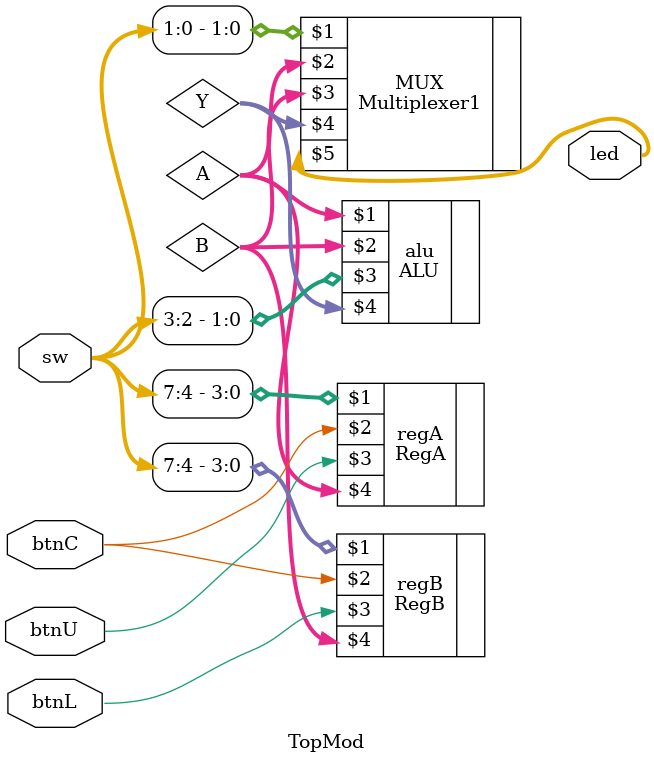
<source format=v>
`timescale 1ns / 1ps


module TopMod(
    input [7:0] sw, // switch 0-8
    input btnU, // button 1
    input btnL, // button 2
    input btnC, // clear this is tied into both registers so you only need 1
	output [3:0] led // led ouput
    );
    
wire [3:0] A;
wire [3:0] B;
wire [3:0] Y;


RegA regA(sw[7:4],btnC,btnU,A);
RegB regB(sw[7:4],btnC,btnL,B);
ALU alu(A,B,sw[3:2],Y);
Multiplexer1 MUX(sw[1:0],A,B,Y,led);
	
endmodule

</source>
